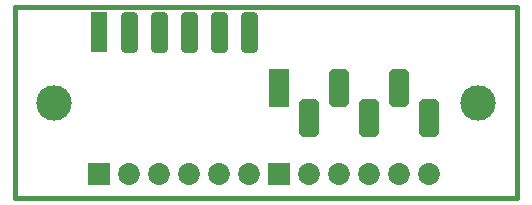
<source format=gts>
G75*
%MOIN*%
%OFA0B0*%
%FSLAX25Y25*%
%IPPOS*%
%LPD*%
%AMOC8*
5,1,8,0,0,1.08239X$1,22.5*
%
%ADD10C,0.01600*%
%ADD11C,0.00000*%
%ADD12C,0.11824*%
%ADD13R,0.05800X0.13280*%
%ADD14C,0.02900*%
%ADD15R,0.07300X0.07300*%
%ADD16C,0.07300*%
%ADD17C,0.03400*%
%ADD18R,0.06800X0.12800*%
D10*
X0001800Y0033343D02*
X0001800Y0096843D01*
X0169050Y0096843D01*
X0169050Y0033343D01*
X0001865Y0033343D01*
D11*
X0009117Y0065000D02*
X0009119Y0065148D01*
X0009125Y0065296D01*
X0009135Y0065444D01*
X0009149Y0065591D01*
X0009167Y0065738D01*
X0009188Y0065884D01*
X0009214Y0066030D01*
X0009244Y0066175D01*
X0009277Y0066319D01*
X0009315Y0066462D01*
X0009356Y0066604D01*
X0009401Y0066745D01*
X0009449Y0066885D01*
X0009502Y0067024D01*
X0009558Y0067161D01*
X0009618Y0067296D01*
X0009681Y0067430D01*
X0009748Y0067562D01*
X0009819Y0067692D01*
X0009893Y0067820D01*
X0009970Y0067946D01*
X0010051Y0068070D01*
X0010135Y0068192D01*
X0010222Y0068311D01*
X0010313Y0068428D01*
X0010407Y0068543D01*
X0010503Y0068655D01*
X0010603Y0068765D01*
X0010705Y0068871D01*
X0010811Y0068975D01*
X0010919Y0069076D01*
X0011030Y0069174D01*
X0011143Y0069270D01*
X0011259Y0069362D01*
X0011377Y0069451D01*
X0011498Y0069536D01*
X0011621Y0069619D01*
X0011746Y0069698D01*
X0011873Y0069774D01*
X0012002Y0069846D01*
X0012133Y0069915D01*
X0012266Y0069980D01*
X0012401Y0070041D01*
X0012537Y0070099D01*
X0012674Y0070154D01*
X0012813Y0070204D01*
X0012954Y0070251D01*
X0013095Y0070294D01*
X0013238Y0070334D01*
X0013382Y0070369D01*
X0013526Y0070401D01*
X0013672Y0070428D01*
X0013818Y0070452D01*
X0013965Y0070472D01*
X0014112Y0070488D01*
X0014259Y0070500D01*
X0014407Y0070508D01*
X0014555Y0070512D01*
X0014703Y0070512D01*
X0014851Y0070508D01*
X0014999Y0070500D01*
X0015146Y0070488D01*
X0015293Y0070472D01*
X0015440Y0070452D01*
X0015586Y0070428D01*
X0015732Y0070401D01*
X0015876Y0070369D01*
X0016020Y0070334D01*
X0016163Y0070294D01*
X0016304Y0070251D01*
X0016445Y0070204D01*
X0016584Y0070154D01*
X0016721Y0070099D01*
X0016857Y0070041D01*
X0016992Y0069980D01*
X0017125Y0069915D01*
X0017256Y0069846D01*
X0017385Y0069774D01*
X0017512Y0069698D01*
X0017637Y0069619D01*
X0017760Y0069536D01*
X0017881Y0069451D01*
X0017999Y0069362D01*
X0018115Y0069270D01*
X0018228Y0069174D01*
X0018339Y0069076D01*
X0018447Y0068975D01*
X0018553Y0068871D01*
X0018655Y0068765D01*
X0018755Y0068655D01*
X0018851Y0068543D01*
X0018945Y0068428D01*
X0019036Y0068311D01*
X0019123Y0068192D01*
X0019207Y0068070D01*
X0019288Y0067946D01*
X0019365Y0067820D01*
X0019439Y0067692D01*
X0019510Y0067562D01*
X0019577Y0067430D01*
X0019640Y0067296D01*
X0019700Y0067161D01*
X0019756Y0067024D01*
X0019809Y0066885D01*
X0019857Y0066745D01*
X0019902Y0066604D01*
X0019943Y0066462D01*
X0019981Y0066319D01*
X0020014Y0066175D01*
X0020044Y0066030D01*
X0020070Y0065884D01*
X0020091Y0065738D01*
X0020109Y0065591D01*
X0020123Y0065444D01*
X0020133Y0065296D01*
X0020139Y0065148D01*
X0020141Y0065000D01*
X0020139Y0064852D01*
X0020133Y0064704D01*
X0020123Y0064556D01*
X0020109Y0064409D01*
X0020091Y0064262D01*
X0020070Y0064116D01*
X0020044Y0063970D01*
X0020014Y0063825D01*
X0019981Y0063681D01*
X0019943Y0063538D01*
X0019902Y0063396D01*
X0019857Y0063255D01*
X0019809Y0063115D01*
X0019756Y0062976D01*
X0019700Y0062839D01*
X0019640Y0062704D01*
X0019577Y0062570D01*
X0019510Y0062438D01*
X0019439Y0062308D01*
X0019365Y0062180D01*
X0019288Y0062054D01*
X0019207Y0061930D01*
X0019123Y0061808D01*
X0019036Y0061689D01*
X0018945Y0061572D01*
X0018851Y0061457D01*
X0018755Y0061345D01*
X0018655Y0061235D01*
X0018553Y0061129D01*
X0018447Y0061025D01*
X0018339Y0060924D01*
X0018228Y0060826D01*
X0018115Y0060730D01*
X0017999Y0060638D01*
X0017881Y0060549D01*
X0017760Y0060464D01*
X0017637Y0060381D01*
X0017512Y0060302D01*
X0017385Y0060226D01*
X0017256Y0060154D01*
X0017125Y0060085D01*
X0016992Y0060020D01*
X0016857Y0059959D01*
X0016721Y0059901D01*
X0016584Y0059846D01*
X0016445Y0059796D01*
X0016304Y0059749D01*
X0016163Y0059706D01*
X0016020Y0059666D01*
X0015876Y0059631D01*
X0015732Y0059599D01*
X0015586Y0059572D01*
X0015440Y0059548D01*
X0015293Y0059528D01*
X0015146Y0059512D01*
X0014999Y0059500D01*
X0014851Y0059492D01*
X0014703Y0059488D01*
X0014555Y0059488D01*
X0014407Y0059492D01*
X0014259Y0059500D01*
X0014112Y0059512D01*
X0013965Y0059528D01*
X0013818Y0059548D01*
X0013672Y0059572D01*
X0013526Y0059599D01*
X0013382Y0059631D01*
X0013238Y0059666D01*
X0013095Y0059706D01*
X0012954Y0059749D01*
X0012813Y0059796D01*
X0012674Y0059846D01*
X0012537Y0059901D01*
X0012401Y0059959D01*
X0012266Y0060020D01*
X0012133Y0060085D01*
X0012002Y0060154D01*
X0011873Y0060226D01*
X0011746Y0060302D01*
X0011621Y0060381D01*
X0011498Y0060464D01*
X0011377Y0060549D01*
X0011259Y0060638D01*
X0011143Y0060730D01*
X0011030Y0060826D01*
X0010919Y0060924D01*
X0010811Y0061025D01*
X0010705Y0061129D01*
X0010603Y0061235D01*
X0010503Y0061345D01*
X0010407Y0061457D01*
X0010313Y0061572D01*
X0010222Y0061689D01*
X0010135Y0061808D01*
X0010051Y0061930D01*
X0009970Y0062054D01*
X0009893Y0062180D01*
X0009819Y0062308D01*
X0009748Y0062438D01*
X0009681Y0062570D01*
X0009618Y0062704D01*
X0009558Y0062839D01*
X0009502Y0062976D01*
X0009449Y0063115D01*
X0009401Y0063255D01*
X0009356Y0063396D01*
X0009315Y0063538D01*
X0009277Y0063681D01*
X0009244Y0063825D01*
X0009214Y0063970D01*
X0009188Y0064116D01*
X0009167Y0064262D01*
X0009149Y0064409D01*
X0009135Y0064556D01*
X0009125Y0064704D01*
X0009119Y0064852D01*
X0009117Y0065000D01*
X0150455Y0065008D02*
X0150457Y0065156D01*
X0150463Y0065304D01*
X0150473Y0065452D01*
X0150487Y0065599D01*
X0150505Y0065746D01*
X0150526Y0065892D01*
X0150552Y0066038D01*
X0150582Y0066183D01*
X0150615Y0066327D01*
X0150653Y0066470D01*
X0150694Y0066612D01*
X0150739Y0066753D01*
X0150787Y0066893D01*
X0150840Y0067032D01*
X0150896Y0067169D01*
X0150956Y0067304D01*
X0151019Y0067438D01*
X0151086Y0067570D01*
X0151157Y0067700D01*
X0151231Y0067828D01*
X0151308Y0067954D01*
X0151389Y0068078D01*
X0151473Y0068200D01*
X0151560Y0068319D01*
X0151651Y0068436D01*
X0151745Y0068551D01*
X0151841Y0068663D01*
X0151941Y0068773D01*
X0152043Y0068879D01*
X0152149Y0068983D01*
X0152257Y0069084D01*
X0152368Y0069182D01*
X0152481Y0069278D01*
X0152597Y0069370D01*
X0152715Y0069459D01*
X0152836Y0069544D01*
X0152959Y0069627D01*
X0153084Y0069706D01*
X0153211Y0069782D01*
X0153340Y0069854D01*
X0153471Y0069923D01*
X0153604Y0069988D01*
X0153739Y0070049D01*
X0153875Y0070107D01*
X0154012Y0070162D01*
X0154151Y0070212D01*
X0154292Y0070259D01*
X0154433Y0070302D01*
X0154576Y0070342D01*
X0154720Y0070377D01*
X0154864Y0070409D01*
X0155010Y0070436D01*
X0155156Y0070460D01*
X0155303Y0070480D01*
X0155450Y0070496D01*
X0155597Y0070508D01*
X0155745Y0070516D01*
X0155893Y0070520D01*
X0156041Y0070520D01*
X0156189Y0070516D01*
X0156337Y0070508D01*
X0156484Y0070496D01*
X0156631Y0070480D01*
X0156778Y0070460D01*
X0156924Y0070436D01*
X0157070Y0070409D01*
X0157214Y0070377D01*
X0157358Y0070342D01*
X0157501Y0070302D01*
X0157642Y0070259D01*
X0157783Y0070212D01*
X0157922Y0070162D01*
X0158059Y0070107D01*
X0158195Y0070049D01*
X0158330Y0069988D01*
X0158463Y0069923D01*
X0158594Y0069854D01*
X0158723Y0069782D01*
X0158850Y0069706D01*
X0158975Y0069627D01*
X0159098Y0069544D01*
X0159219Y0069459D01*
X0159337Y0069370D01*
X0159453Y0069278D01*
X0159566Y0069182D01*
X0159677Y0069084D01*
X0159785Y0068983D01*
X0159891Y0068879D01*
X0159993Y0068773D01*
X0160093Y0068663D01*
X0160189Y0068551D01*
X0160283Y0068436D01*
X0160374Y0068319D01*
X0160461Y0068200D01*
X0160545Y0068078D01*
X0160626Y0067954D01*
X0160703Y0067828D01*
X0160777Y0067700D01*
X0160848Y0067570D01*
X0160915Y0067438D01*
X0160978Y0067304D01*
X0161038Y0067169D01*
X0161094Y0067032D01*
X0161147Y0066893D01*
X0161195Y0066753D01*
X0161240Y0066612D01*
X0161281Y0066470D01*
X0161319Y0066327D01*
X0161352Y0066183D01*
X0161382Y0066038D01*
X0161408Y0065892D01*
X0161429Y0065746D01*
X0161447Y0065599D01*
X0161461Y0065452D01*
X0161471Y0065304D01*
X0161477Y0065156D01*
X0161479Y0065008D01*
X0161477Y0064860D01*
X0161471Y0064712D01*
X0161461Y0064564D01*
X0161447Y0064417D01*
X0161429Y0064270D01*
X0161408Y0064124D01*
X0161382Y0063978D01*
X0161352Y0063833D01*
X0161319Y0063689D01*
X0161281Y0063546D01*
X0161240Y0063404D01*
X0161195Y0063263D01*
X0161147Y0063123D01*
X0161094Y0062984D01*
X0161038Y0062847D01*
X0160978Y0062712D01*
X0160915Y0062578D01*
X0160848Y0062446D01*
X0160777Y0062316D01*
X0160703Y0062188D01*
X0160626Y0062062D01*
X0160545Y0061938D01*
X0160461Y0061816D01*
X0160374Y0061697D01*
X0160283Y0061580D01*
X0160189Y0061465D01*
X0160093Y0061353D01*
X0159993Y0061243D01*
X0159891Y0061137D01*
X0159785Y0061033D01*
X0159677Y0060932D01*
X0159566Y0060834D01*
X0159453Y0060738D01*
X0159337Y0060646D01*
X0159219Y0060557D01*
X0159098Y0060472D01*
X0158975Y0060389D01*
X0158850Y0060310D01*
X0158723Y0060234D01*
X0158594Y0060162D01*
X0158463Y0060093D01*
X0158330Y0060028D01*
X0158195Y0059967D01*
X0158059Y0059909D01*
X0157922Y0059854D01*
X0157783Y0059804D01*
X0157642Y0059757D01*
X0157501Y0059714D01*
X0157358Y0059674D01*
X0157214Y0059639D01*
X0157070Y0059607D01*
X0156924Y0059580D01*
X0156778Y0059556D01*
X0156631Y0059536D01*
X0156484Y0059520D01*
X0156337Y0059508D01*
X0156189Y0059500D01*
X0156041Y0059496D01*
X0155893Y0059496D01*
X0155745Y0059500D01*
X0155597Y0059508D01*
X0155450Y0059520D01*
X0155303Y0059536D01*
X0155156Y0059556D01*
X0155010Y0059580D01*
X0154864Y0059607D01*
X0154720Y0059639D01*
X0154576Y0059674D01*
X0154433Y0059714D01*
X0154292Y0059757D01*
X0154151Y0059804D01*
X0154012Y0059854D01*
X0153875Y0059909D01*
X0153739Y0059967D01*
X0153604Y0060028D01*
X0153471Y0060093D01*
X0153340Y0060162D01*
X0153211Y0060234D01*
X0153084Y0060310D01*
X0152959Y0060389D01*
X0152836Y0060472D01*
X0152715Y0060557D01*
X0152597Y0060646D01*
X0152481Y0060738D01*
X0152368Y0060834D01*
X0152257Y0060932D01*
X0152149Y0061033D01*
X0152043Y0061137D01*
X0151941Y0061243D01*
X0151841Y0061353D01*
X0151745Y0061465D01*
X0151651Y0061580D01*
X0151560Y0061697D01*
X0151473Y0061816D01*
X0151389Y0061938D01*
X0151308Y0062062D01*
X0151231Y0062188D01*
X0151157Y0062316D01*
X0151086Y0062446D01*
X0151019Y0062578D01*
X0150956Y0062712D01*
X0150896Y0062847D01*
X0150840Y0062984D01*
X0150787Y0063123D01*
X0150739Y0063263D01*
X0150694Y0063404D01*
X0150653Y0063546D01*
X0150615Y0063689D01*
X0150582Y0063833D01*
X0150552Y0063978D01*
X0150526Y0064124D01*
X0150505Y0064270D01*
X0150487Y0064417D01*
X0150473Y0064564D01*
X0150463Y0064712D01*
X0150457Y0064860D01*
X0150455Y0065008D01*
D12*
X0155967Y0065008D03*
X0014629Y0065000D03*
D13*
X0029800Y0088593D03*
D14*
X0041250Y0093783D02*
X0041250Y0083403D01*
X0038350Y0083403D01*
X0038350Y0093783D01*
X0041250Y0093783D01*
X0041250Y0086302D02*
X0038350Y0086302D01*
X0038350Y0089201D02*
X0041250Y0089201D01*
X0041250Y0092100D02*
X0038350Y0092100D01*
X0051250Y0093783D02*
X0051250Y0083403D01*
X0048350Y0083403D01*
X0048350Y0093783D01*
X0051250Y0093783D01*
X0051250Y0086302D02*
X0048350Y0086302D01*
X0048350Y0089201D02*
X0051250Y0089201D01*
X0051250Y0092100D02*
X0048350Y0092100D01*
X0061250Y0093783D02*
X0061250Y0083403D01*
X0058350Y0083403D01*
X0058350Y0093783D01*
X0061250Y0093783D01*
X0061250Y0086302D02*
X0058350Y0086302D01*
X0058350Y0089201D02*
X0061250Y0089201D01*
X0061250Y0092100D02*
X0058350Y0092100D01*
X0071250Y0093783D02*
X0071250Y0083403D01*
X0068350Y0083403D01*
X0068350Y0093783D01*
X0071250Y0093783D01*
X0071250Y0086302D02*
X0068350Y0086302D01*
X0068350Y0089201D02*
X0071250Y0089201D01*
X0071250Y0092100D02*
X0068350Y0092100D01*
X0081250Y0093783D02*
X0081250Y0083403D01*
X0078350Y0083403D01*
X0078350Y0093783D01*
X0081250Y0093783D01*
X0081250Y0086302D02*
X0078350Y0086302D01*
X0078350Y0089201D02*
X0081250Y0089201D01*
X0081250Y0092100D02*
X0078350Y0092100D01*
D15*
X0089800Y0041093D03*
X0029800Y0041093D03*
D16*
X0039800Y0041093D03*
X0049800Y0041093D03*
X0059800Y0041093D03*
X0069800Y0041093D03*
X0079800Y0041093D03*
X0099800Y0041093D03*
X0109800Y0041093D03*
X0119800Y0041093D03*
X0129800Y0041093D03*
X0139800Y0041093D03*
D17*
X0141500Y0055308D02*
X0141500Y0064708D01*
X0141500Y0055308D02*
X0138100Y0055308D01*
X0138100Y0064708D01*
X0141500Y0064708D01*
X0141500Y0058707D02*
X0138100Y0058707D01*
X0138100Y0062106D02*
X0141500Y0062106D01*
X0131500Y0065308D02*
X0131500Y0074708D01*
X0131500Y0065308D02*
X0128100Y0065308D01*
X0128100Y0074708D01*
X0131500Y0074708D01*
X0131500Y0068707D02*
X0128100Y0068707D01*
X0128100Y0072106D02*
X0131500Y0072106D01*
X0121500Y0064708D02*
X0121500Y0055308D01*
X0118100Y0055308D01*
X0118100Y0064708D01*
X0121500Y0064708D01*
X0121500Y0058707D02*
X0118100Y0058707D01*
X0118100Y0062106D02*
X0121500Y0062106D01*
X0111500Y0065308D02*
X0111500Y0074708D01*
X0111500Y0065308D02*
X0108100Y0065308D01*
X0108100Y0074708D01*
X0111500Y0074708D01*
X0111500Y0068707D02*
X0108100Y0068707D01*
X0108100Y0072106D02*
X0111500Y0072106D01*
X0101500Y0064708D02*
X0101500Y0055308D01*
X0098100Y0055308D01*
X0098100Y0064708D01*
X0101500Y0064708D01*
X0101500Y0058707D02*
X0098100Y0058707D01*
X0098100Y0062106D02*
X0101500Y0062106D01*
D18*
X0089800Y0070008D03*
M02*

</source>
